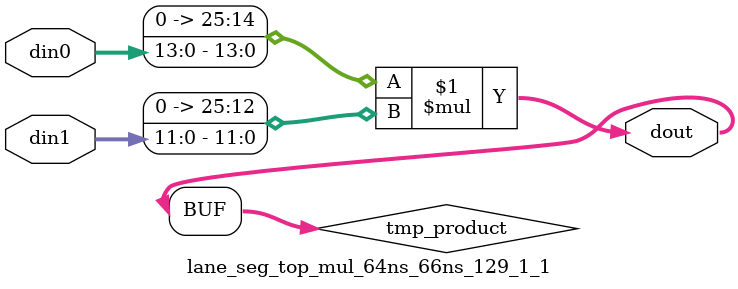
<source format=v>

`timescale 1 ns / 1 ps

  module lane_seg_top_mul_64ns_66ns_129_1_1(din0, din1, dout);
parameter ID = 1;
parameter NUM_STAGE = 0;
parameter din0_WIDTH = 14;
parameter din1_WIDTH = 12;
parameter dout_WIDTH = 26;

input [din0_WIDTH - 1 : 0] din0; 
input [din1_WIDTH - 1 : 0] din1; 
output [dout_WIDTH - 1 : 0] dout;

wire signed [dout_WIDTH - 1 : 0] tmp_product;










assign tmp_product = $signed({1'b0, din0}) * $signed({1'b0, din1});











assign dout = tmp_product;







endmodule

</source>
